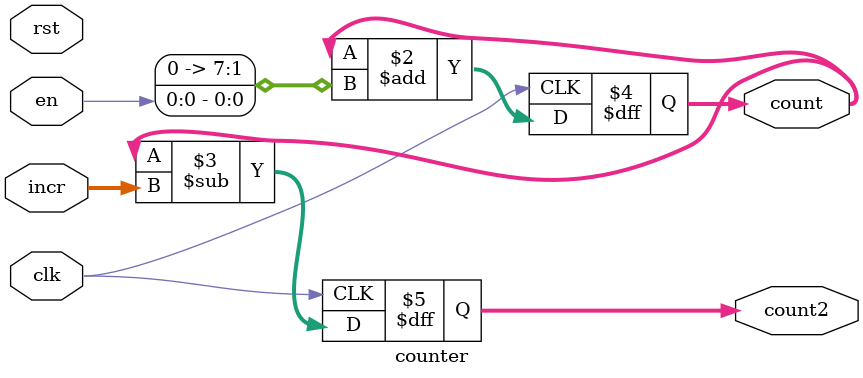
<source format=sv>
module counter #(
    parameter WIDTH = 8
)(
    input  logic clk,
    input  logic rst,
    input  logic en,
    input  logic [WIDTH-1:0] incr,
    output logic [WIDTH-1:0] count,
    output logic [WIDTH-1:0] count2
);

always_ff @(posedge clk)
    //if (rst)        count <= {WIDTH{1'b0}};
    //else 
    begin
        count  <= count +  {{WIDTH-1{1'b0}},en};
        count2 <= count -  {incr};
    end

endmodule

</source>
